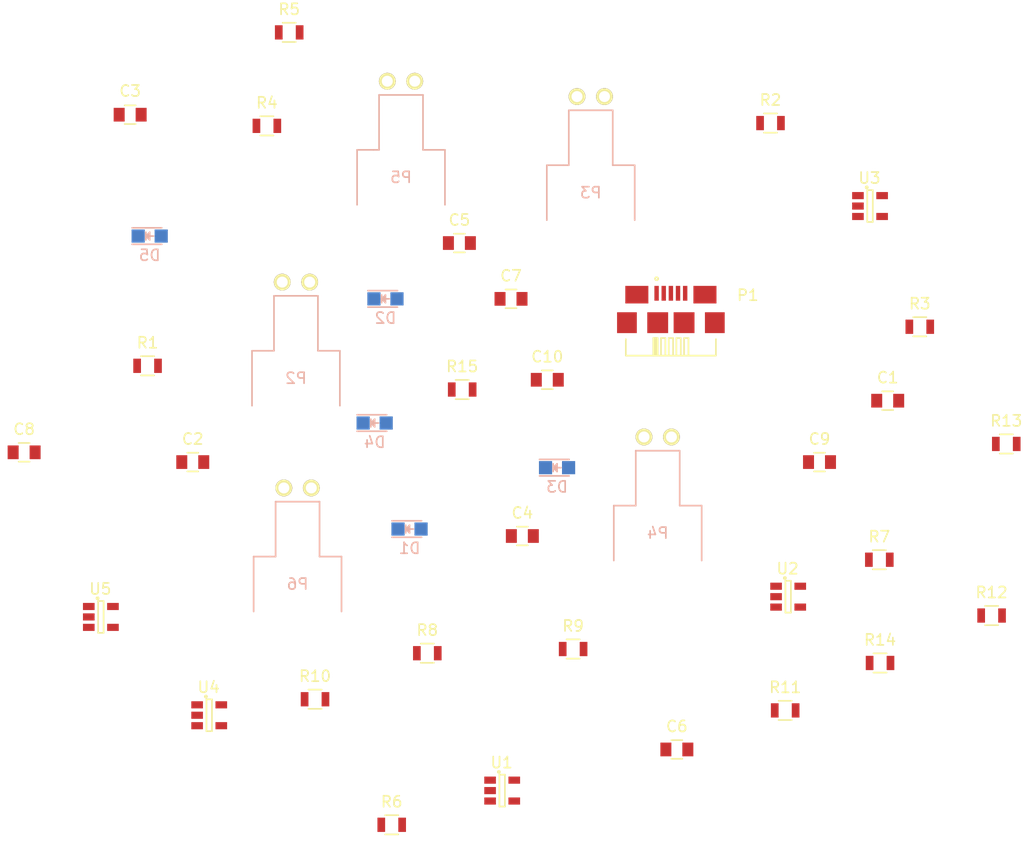
<source format=kicad_pcb>
(kicad_pcb (version 4) (host pcbnew 4.0.1-stable)

  (general
    (links 76)
    (no_connects 32)
    (area 106.619572 67.768 200.199001 146.204)
    (thickness 1.6)
    (drawings 0)
    (tracks 0)
    (zones 0)
    (modules 41)
    (nets 25)
  )

  (page A4)
  (layers
    (0 F.Cu signal)
    (31 B.Cu signal)
    (32 B.Adhes user)
    (33 F.Adhes user)
    (34 B.Paste user)
    (35 F.Paste user)
    (36 B.SilkS user)
    (37 F.SilkS user)
    (38 B.Mask user)
    (39 F.Mask user)
    (40 Dwgs.User user)
    (41 Cmts.User user)
    (42 Eco1.User user)
    (43 Eco2.User user)
    (44 Edge.Cuts user)
    (45 Margin user)
    (46 B.CrtYd user)
    (47 F.CrtYd user)
    (48 B.Fab user)
    (49 F.Fab user)
  )

  (setup
    (last_trace_width 0.25)
    (trace_clearance 0.2)
    (zone_clearance 0.508)
    (zone_45_only no)
    (trace_min 0.2)
    (segment_width 0.2)
    (edge_width 0.15)
    (via_size 0.6)
    (via_drill 0.4)
    (via_min_size 0.4)
    (via_min_drill 0.3)
    (uvia_size 0.3)
    (uvia_drill 0.1)
    (uvias_allowed no)
    (uvia_min_size 0.2)
    (uvia_min_drill 0.1)
    (pcb_text_width 0.3)
    (pcb_text_size 1.5 1.5)
    (mod_edge_width 0.15)
    (mod_text_size 1 1)
    (mod_text_width 0.15)
    (pad_size 1.524 1.524)
    (pad_drill 0.762)
    (pad_to_mask_clearance 0.2)
    (aux_axis_origin 0 0)
    (visible_elements FFFFFF7F)
    (pcbplotparams
      (layerselection 0x00030_80000001)
      (usegerberextensions false)
      (excludeedgelayer true)
      (linewidth 0.100000)
      (plotframeref false)
      (viasonmask false)
      (mode 1)
      (useauxorigin false)
      (hpglpennumber 1)
      (hpglpenspeed 20)
      (hpglpendiameter 15)
      (hpglpenoverlay 2)
      (psnegative false)
      (psa4output false)
      (plotreference true)
      (plotvalue true)
      (plotinvisibletext false)
      (padsonsilk false)
      (subtractmaskfromsilk false)
      (outputformat 1)
      (mirror false)
      (drillshape 1)
      (scaleselection 1)
      (outputdirectory ""))
  )

  (net 0 "")
  (net 1 +5V)
  (net 2 GND)
  (net 3 "Net-(C4-Pad1)")
  (net 4 "Net-(C5-Pad1)")
  (net 5 "Net-(C6-Pad1)")
  (net 6 "Net-(C9-Pad1)")
  (net 7 "Net-(C10-Pad1)")
  (net 8 "Net-(D1-Pad1)")
  (net 9 "Net-(D2-Pad1)")
  (net 10 "Net-(D3-Pad1)")
  (net 11 "Net-(D4-Pad1)")
  (net 12 "Net-(D5-Pad1)")
  (net 13 "Net-(P1-Pad2)")
  (net 14 "Net-(P1-Pad3)")
  (net 15 "Net-(R1-Pad1)")
  (net 16 "Net-(R2-Pad1)")
  (net 17 "Net-(R3-Pad1)")
  (net 18 "Net-(R4-Pad1)")
  (net 19 "Net-(R5-Pad1)")
  (net 20 "Net-(R6-Pad1)")
  (net 21 "Net-(R10-Pad1)")
  (net 22 "Net-(R11-Pad1)")
  (net 23 "Net-(R12-Pad1)")
  (net 24 "Net-(R13-Pad1)")

  (net_class Default "This is the default net class."
    (clearance 0.2)
    (trace_width 0.25)
    (via_dia 0.6)
    (via_drill 0.4)
    (uvia_dia 0.3)
    (uvia_drill 0.1)
    (add_net +5V)
    (add_net GND)
    (add_net "Net-(C10-Pad1)")
    (add_net "Net-(C4-Pad1)")
    (add_net "Net-(C5-Pad1)")
    (add_net "Net-(C6-Pad1)")
    (add_net "Net-(C9-Pad1)")
    (add_net "Net-(D1-Pad1)")
    (add_net "Net-(D2-Pad1)")
    (add_net "Net-(D3-Pad1)")
    (add_net "Net-(D4-Pad1)")
    (add_net "Net-(D5-Pad1)")
    (add_net "Net-(P1-Pad2)")
    (add_net "Net-(P1-Pad3)")
    (add_net "Net-(R1-Pad1)")
    (add_net "Net-(R10-Pad1)")
    (add_net "Net-(R11-Pad1)")
    (add_net "Net-(R12-Pad1)")
    (add_net "Net-(R13-Pad1)")
    (add_net "Net-(R2-Pad1)")
    (add_net "Net-(R3-Pad1)")
    (add_net "Net-(R4-Pad1)")
    (add_net "Net-(R5-Pad1)")
    (add_net "Net-(R6-Pad1)")
  )

  (module Capacitors_SMD:C_0805 (layer F.Cu) (tedit 5415D6EA) (tstamp 56E3ABDC)
    (at 187.579 104.521)
    (descr "Capacitor SMD 0805, reflow soldering, AVX (see smccp.pdf)")
    (tags "capacitor 0805")
    (path /56E552D9)
    (attr smd)
    (fp_text reference C1 (at 0 -2.1) (layer F.SilkS)
      (effects (font (size 1 1) (thickness 0.15)))
    )
    (fp_text value 4.7uF (at 0 2.1) (layer F.Fab)
      (effects (font (size 1 1) (thickness 0.15)))
    )
    (fp_line (start -1.8 -1) (end 1.8 -1) (layer F.CrtYd) (width 0.05))
    (fp_line (start -1.8 1) (end 1.8 1) (layer F.CrtYd) (width 0.05))
    (fp_line (start -1.8 -1) (end -1.8 1) (layer F.CrtYd) (width 0.05))
    (fp_line (start 1.8 -1) (end 1.8 1) (layer F.CrtYd) (width 0.05))
    (fp_line (start 0.5 -0.85) (end -0.5 -0.85) (layer F.SilkS) (width 0.15))
    (fp_line (start -0.5 0.85) (end 0.5 0.85) (layer F.SilkS) (width 0.15))
    (pad 1 smd rect (at -1 0) (size 1 1.25) (layers F.Cu F.Paste F.Mask)
      (net 1 +5V))
    (pad 2 smd rect (at 1 0) (size 1 1.25) (layers F.Cu F.Paste F.Mask)
      (net 2 GND))
    (model Capacitors_SMD.3dshapes/C_0805.wrl
      (at (xyz 0 0 0))
      (scale (xyz 1 1 1))
      (rotate (xyz 0 0 0))
    )
  )

  (module Capacitors_SMD:C_0805 (layer F.Cu) (tedit 5415D6EA) (tstamp 56E3ABE2)
    (at 124.317 110.109)
    (descr "Capacitor SMD 0805, reflow soldering, AVX (see smccp.pdf)")
    (tags "capacitor 0805")
    (path /56E62F58)
    (attr smd)
    (fp_text reference C2 (at 0 -2.1) (layer F.SilkS)
      (effects (font (size 1 1) (thickness 0.15)))
    )
    (fp_text value 4.7uF (at 0 2.1) (layer F.Fab)
      (effects (font (size 1 1) (thickness 0.15)))
    )
    (fp_line (start -1.8 -1) (end 1.8 -1) (layer F.CrtYd) (width 0.05))
    (fp_line (start -1.8 1) (end 1.8 1) (layer F.CrtYd) (width 0.05))
    (fp_line (start -1.8 -1) (end -1.8 1) (layer F.CrtYd) (width 0.05))
    (fp_line (start 1.8 -1) (end 1.8 1) (layer F.CrtYd) (width 0.05))
    (fp_line (start 0.5 -0.85) (end -0.5 -0.85) (layer F.SilkS) (width 0.15))
    (fp_line (start -0.5 0.85) (end 0.5 0.85) (layer F.SilkS) (width 0.15))
    (pad 1 smd rect (at -1 0) (size 1 1.25) (layers F.Cu F.Paste F.Mask)
      (net 1 +5V))
    (pad 2 smd rect (at 1 0) (size 1 1.25) (layers F.Cu F.Paste F.Mask)
      (net 2 GND))
    (model Capacitors_SMD.3dshapes/C_0805.wrl
      (at (xyz 0 0 0))
      (scale (xyz 1 1 1))
      (rotate (xyz 0 0 0))
    )
  )

  (module Capacitors_SMD:C_0805 (layer F.Cu) (tedit 5415D6EA) (tstamp 56E3ABE8)
    (at 118.618 78.486)
    (descr "Capacitor SMD 0805, reflow soldering, AVX (see smccp.pdf)")
    (tags "capacitor 0805")
    (path /56E6369D)
    (attr smd)
    (fp_text reference C3 (at 0 -2.159) (layer F.SilkS)
      (effects (font (size 1 1) (thickness 0.15)))
    )
    (fp_text value 4.7uF (at 0 2.1) (layer F.Fab)
      (effects (font (size 1 1) (thickness 0.15)))
    )
    (fp_line (start -1.8 -1) (end 1.8 -1) (layer F.CrtYd) (width 0.05))
    (fp_line (start -1.8 1) (end 1.8 1) (layer F.CrtYd) (width 0.05))
    (fp_line (start -1.8 -1) (end -1.8 1) (layer F.CrtYd) (width 0.05))
    (fp_line (start 1.8 -1) (end 1.8 1) (layer F.CrtYd) (width 0.05))
    (fp_line (start 0.5 -0.85) (end -0.5 -0.85) (layer F.SilkS) (width 0.15))
    (fp_line (start -0.5 0.85) (end 0.5 0.85) (layer F.SilkS) (width 0.15))
    (pad 1 smd rect (at -1 0) (size 1 1.25) (layers F.Cu F.Paste F.Mask)
      (net 1 +5V))
    (pad 2 smd rect (at 1 0) (size 1 1.25) (layers F.Cu F.Paste F.Mask)
      (net 2 GND))
    (model Capacitors_SMD.3dshapes/C_0805.wrl
      (at (xyz 0 0 0))
      (scale (xyz 1 1 1))
      (rotate (xyz 0 0 0))
    )
  )

  (module Capacitors_SMD:C_0805 (layer F.Cu) (tedit 5415D6EA) (tstamp 56E3ABEE)
    (at 154.321 116.84)
    (descr "Capacitor SMD 0805, reflow soldering, AVX (see smccp.pdf)")
    (tags "capacitor 0805")
    (path /56E54CB2)
    (attr smd)
    (fp_text reference C4 (at 0 -2.1) (layer F.SilkS)
      (effects (font (size 1 1) (thickness 0.15)))
    )
    (fp_text value 4.7uF (at 0 2.1) (layer F.Fab)
      (effects (font (size 1 1) (thickness 0.15)))
    )
    (fp_line (start -1.8 -1) (end 1.8 -1) (layer F.CrtYd) (width 0.05))
    (fp_line (start -1.8 1) (end 1.8 1) (layer F.CrtYd) (width 0.05))
    (fp_line (start -1.8 -1) (end -1.8 1) (layer F.CrtYd) (width 0.05))
    (fp_line (start 1.8 -1) (end 1.8 1) (layer F.CrtYd) (width 0.05))
    (fp_line (start 0.5 -0.85) (end -0.5 -0.85) (layer F.SilkS) (width 0.15))
    (fp_line (start -0.5 0.85) (end 0.5 0.85) (layer F.SilkS) (width 0.15))
    (pad 1 smd rect (at -1 0) (size 1 1.25) (layers F.Cu F.Paste F.Mask)
      (net 3 "Net-(C4-Pad1)"))
    (pad 2 smd rect (at 1 0) (size 1 1.25) (layers F.Cu F.Paste F.Mask)
      (net 2 GND))
    (model Capacitors_SMD.3dshapes/C_0805.wrl
      (at (xyz 0 0 0))
      (scale (xyz 1 1 1))
      (rotate (xyz 0 0 0))
    )
  )

  (module Capacitors_SMD:C_0805 (layer F.Cu) (tedit 5415D6EA) (tstamp 56E3ABF4)
    (at 148.59 90.17)
    (descr "Capacitor SMD 0805, reflow soldering, AVX (see smccp.pdf)")
    (tags "capacitor 0805")
    (path /56E62F3A)
    (attr smd)
    (fp_text reference C5 (at 0 -2.1) (layer F.SilkS)
      (effects (font (size 1 1) (thickness 0.15)))
    )
    (fp_text value 4.7uF (at 0 2.1) (layer F.Fab)
      (effects (font (size 1 1) (thickness 0.15)))
    )
    (fp_line (start -1.8 -1) (end 1.8 -1) (layer F.CrtYd) (width 0.05))
    (fp_line (start -1.8 1) (end 1.8 1) (layer F.CrtYd) (width 0.05))
    (fp_line (start -1.8 -1) (end -1.8 1) (layer F.CrtYd) (width 0.05))
    (fp_line (start 1.8 -1) (end 1.8 1) (layer F.CrtYd) (width 0.05))
    (fp_line (start 0.5 -0.85) (end -0.5 -0.85) (layer F.SilkS) (width 0.15))
    (fp_line (start -0.5 0.85) (end 0.5 0.85) (layer F.SilkS) (width 0.15))
    (pad 1 smd rect (at -1 0) (size 1 1.25) (layers F.Cu F.Paste F.Mask)
      (net 4 "Net-(C5-Pad1)"))
    (pad 2 smd rect (at 1 0) (size 1 1.25) (layers F.Cu F.Paste F.Mask)
      (net 2 GND))
    (model Capacitors_SMD.3dshapes/C_0805.wrl
      (at (xyz 0 0 0))
      (scale (xyz 1 1 1))
      (rotate (xyz 0 0 0))
    )
  )

  (module Capacitors_SMD:C_0805 (layer F.Cu) (tedit 5415D6EA) (tstamp 56E3ABFA)
    (at 168.386 136.271)
    (descr "Capacitor SMD 0805, reflow soldering, AVX (see smccp.pdf)")
    (tags "capacitor 0805")
    (path /56E6367F)
    (attr smd)
    (fp_text reference C6 (at 0 -2.1) (layer F.SilkS)
      (effects (font (size 1 1) (thickness 0.15)))
    )
    (fp_text value 4.7uF (at 0 2.1) (layer F.Fab)
      (effects (font (size 1 1) (thickness 0.15)))
    )
    (fp_line (start -1.8 -1) (end 1.8 -1) (layer F.CrtYd) (width 0.05))
    (fp_line (start -1.8 1) (end 1.8 1) (layer F.CrtYd) (width 0.05))
    (fp_line (start -1.8 -1) (end -1.8 1) (layer F.CrtYd) (width 0.05))
    (fp_line (start 1.8 -1) (end 1.8 1) (layer F.CrtYd) (width 0.05))
    (fp_line (start 0.5 -0.85) (end -0.5 -0.85) (layer F.SilkS) (width 0.15))
    (fp_line (start -0.5 0.85) (end 0.5 0.85) (layer F.SilkS) (width 0.15))
    (pad 1 smd rect (at -1 0) (size 1 1.25) (layers F.Cu F.Paste F.Mask)
      (net 5 "Net-(C6-Pad1)"))
    (pad 2 smd rect (at 1 0) (size 1 1.25) (layers F.Cu F.Paste F.Mask)
      (net 2 GND))
    (model Capacitors_SMD.3dshapes/C_0805.wrl
      (at (xyz 0 0 0))
      (scale (xyz 1 1 1))
      (rotate (xyz 0 0 0))
    )
  )

  (module Capacitors_SMD:C_0805 (layer F.Cu) (tedit 5415D6EA) (tstamp 56E3AC00)
    (at 153.289 95.25)
    (descr "Capacitor SMD 0805, reflow soldering, AVX (see smccp.pdf)")
    (tags "capacitor 0805")
    (path /56E62B9E)
    (attr smd)
    (fp_text reference C7 (at 0 -2.1) (layer F.SilkS)
      (effects (font (size 1 1) (thickness 0.15)))
    )
    (fp_text value 4.7uF (at 0 2.1) (layer F.Fab)
      (effects (font (size 1 1) (thickness 0.15)))
    )
    (fp_line (start -1.8 -1) (end 1.8 -1) (layer F.CrtYd) (width 0.05))
    (fp_line (start -1.8 1) (end 1.8 1) (layer F.CrtYd) (width 0.05))
    (fp_line (start -1.8 -1) (end -1.8 1) (layer F.CrtYd) (width 0.05))
    (fp_line (start 1.8 -1) (end 1.8 1) (layer F.CrtYd) (width 0.05))
    (fp_line (start 0.5 -0.85) (end -0.5 -0.85) (layer F.SilkS) (width 0.15))
    (fp_line (start -0.5 0.85) (end 0.5 0.85) (layer F.SilkS) (width 0.15))
    (pad 1 smd rect (at -1 0) (size 1 1.25) (layers F.Cu F.Paste F.Mask)
      (net 1 +5V))
    (pad 2 smd rect (at 1 0) (size 1 1.25) (layers F.Cu F.Paste F.Mask)
      (net 2 GND))
    (model Capacitors_SMD.3dshapes/C_0805.wrl
      (at (xyz 0 0 0))
      (scale (xyz 1 1 1))
      (rotate (xyz 0 0 0))
    )
  )

  (module Capacitors_SMD:C_0805 (layer F.Cu) (tedit 5415D6EA) (tstamp 56E3AC06)
    (at 108.966 109.22)
    (descr "Capacitor SMD 0805, reflow soldering, AVX (see smccp.pdf)")
    (tags "capacitor 0805")
    (path /56E6316B)
    (attr smd)
    (fp_text reference C8 (at 0 -2.1) (layer F.SilkS)
      (effects (font (size 1 1) (thickness 0.15)))
    )
    (fp_text value 4.7uF (at 0 2.1) (layer F.Fab)
      (effects (font (size 1 1) (thickness 0.15)))
    )
    (fp_line (start -1.8 -1) (end 1.8 -1) (layer F.CrtYd) (width 0.05))
    (fp_line (start -1.8 1) (end 1.8 1) (layer F.CrtYd) (width 0.05))
    (fp_line (start -1.8 -1) (end -1.8 1) (layer F.CrtYd) (width 0.05))
    (fp_line (start 1.8 -1) (end 1.8 1) (layer F.CrtYd) (width 0.05))
    (fp_line (start 0.5 -0.85) (end -0.5 -0.85) (layer F.SilkS) (width 0.15))
    (fp_line (start -0.5 0.85) (end 0.5 0.85) (layer F.SilkS) (width 0.15))
    (pad 1 smd rect (at -1 0) (size 1 1.25) (layers F.Cu F.Paste F.Mask)
      (net 1 +5V))
    (pad 2 smd rect (at 1 0) (size 1 1.25) (layers F.Cu F.Paste F.Mask)
      (net 2 GND))
    (model Capacitors_SMD.3dshapes/C_0805.wrl
      (at (xyz 0 0 0))
      (scale (xyz 1 1 1))
      (rotate (xyz 0 0 0))
    )
  )

  (module Capacitors_SMD:C_0805 (layer F.Cu) (tedit 5415D6EA) (tstamp 56E3AC0C)
    (at 181.372 110.109)
    (descr "Capacitor SMD 0805, reflow soldering, AVX (see smccp.pdf)")
    (tags "capacitor 0805")
    (path /56E62B80)
    (attr smd)
    (fp_text reference C9 (at 0 -2.1) (layer F.SilkS)
      (effects (font (size 1 1) (thickness 0.15)))
    )
    (fp_text value 4.7uF (at 0 2.1) (layer F.Fab)
      (effects (font (size 1 1) (thickness 0.15)))
    )
    (fp_line (start -1.8 -1) (end 1.8 -1) (layer F.CrtYd) (width 0.05))
    (fp_line (start -1.8 1) (end 1.8 1) (layer F.CrtYd) (width 0.05))
    (fp_line (start -1.8 -1) (end -1.8 1) (layer F.CrtYd) (width 0.05))
    (fp_line (start 1.8 -1) (end 1.8 1) (layer F.CrtYd) (width 0.05))
    (fp_line (start 0.5 -0.85) (end -0.5 -0.85) (layer F.SilkS) (width 0.15))
    (fp_line (start -0.5 0.85) (end 0.5 0.85) (layer F.SilkS) (width 0.15))
    (pad 1 smd rect (at -1 0) (size 1 1.25) (layers F.Cu F.Paste F.Mask)
      (net 6 "Net-(C9-Pad1)"))
    (pad 2 smd rect (at 1 0) (size 1 1.25) (layers F.Cu F.Paste F.Mask)
      (net 2 GND))
    (model Capacitors_SMD.3dshapes/C_0805.wrl
      (at (xyz 0 0 0))
      (scale (xyz 1 1 1))
      (rotate (xyz 0 0 0))
    )
  )

  (module Capacitors_SMD:C_0805 (layer F.Cu) (tedit 5415D6EA) (tstamp 56E3AC12)
    (at 156.591 102.616)
    (descr "Capacitor SMD 0805, reflow soldering, AVX (see smccp.pdf)")
    (tags "capacitor 0805")
    (path /56E6314D)
    (attr smd)
    (fp_text reference C10 (at 0 -2.1) (layer F.SilkS)
      (effects (font (size 1 1) (thickness 0.15)))
    )
    (fp_text value 4.7uF (at 0 2.1) (layer F.Fab)
      (effects (font (size 1 1) (thickness 0.15)))
    )
    (fp_line (start -1.8 -1) (end 1.8 -1) (layer F.CrtYd) (width 0.05))
    (fp_line (start -1.8 1) (end 1.8 1) (layer F.CrtYd) (width 0.05))
    (fp_line (start -1.8 -1) (end -1.8 1) (layer F.CrtYd) (width 0.05))
    (fp_line (start 1.8 -1) (end 1.8 1) (layer F.CrtYd) (width 0.05))
    (fp_line (start 0.5 -0.85) (end -0.5 -0.85) (layer F.SilkS) (width 0.15))
    (fp_line (start -0.5 0.85) (end 0.5 0.85) (layer F.SilkS) (width 0.15))
    (pad 1 smd rect (at -1 0) (size 1 1.25) (layers F.Cu F.Paste F.Mask)
      (net 7 "Net-(C10-Pad1)"))
    (pad 2 smd rect (at 1 0) (size 1 1.25) (layers F.Cu F.Paste F.Mask)
      (net 2 GND))
    (model Capacitors_SMD.3dshapes/C_0805.wrl
      (at (xyz 0 0 0))
      (scale (xyz 1 1 1))
      (rotate (xyz 0 0 0))
    )
  )

  (module LEDs:LED_0805 (layer B.Cu) (tedit 55BDE1C2) (tstamp 56E3AC18)
    (at 144.05102 116.205)
    (descr "LED 0805 smd package")
    (tags "LED 0805 SMD")
    (path /56E5506D)
    (attr smd)
    (fp_text reference D1 (at 0 1.75) (layer B.SilkS)
      (effects (font (size 1 1) (thickness 0.15)) (justify mirror))
    )
    (fp_text value CHARGE (at 0 -1.75) (layer B.Fab)
      (effects (font (size 1 1) (thickness 0.15)) (justify mirror))
    )
    (fp_line (start -1.6 -0.75) (end 1.1 -0.75) (layer B.SilkS) (width 0.15))
    (fp_line (start -1.6 0.75) (end 1.1 0.75) (layer B.SilkS) (width 0.15))
    (fp_line (start -0.1 -0.15) (end -0.1 0.1) (layer B.SilkS) (width 0.15))
    (fp_line (start -0.1 0.1) (end -0.25 -0.05) (layer B.SilkS) (width 0.15))
    (fp_line (start -0.35 0.35) (end -0.35 -0.35) (layer B.SilkS) (width 0.15))
    (fp_line (start 0 0) (end 0.35 0) (layer B.SilkS) (width 0.15))
    (fp_line (start -0.35 0) (end 0 0.35) (layer B.SilkS) (width 0.15))
    (fp_line (start 0 0.35) (end 0 -0.35) (layer B.SilkS) (width 0.15))
    (fp_line (start 0 -0.35) (end -0.35 0) (layer B.SilkS) (width 0.15))
    (fp_line (start 1.9 0.95) (end 1.9 -0.95) (layer B.CrtYd) (width 0.05))
    (fp_line (start 1.9 -0.95) (end -1.9 -0.95) (layer B.CrtYd) (width 0.05))
    (fp_line (start -1.9 -0.95) (end -1.9 0.95) (layer B.CrtYd) (width 0.05))
    (fp_line (start -1.9 0.95) (end 1.9 0.95) (layer B.CrtYd) (width 0.05))
    (pad 2 smd rect (at 1.04902 0 180) (size 1.19888 1.19888) (layers B.Cu B.Paste B.Mask)
      (net 1 +5V))
    (pad 1 smd rect (at -1.04902 0 180) (size 1.19888 1.19888) (layers B.Cu B.Paste B.Mask)
      (net 8 "Net-(D1-Pad1)"))
    (model LEDs.3dshapes/LED_0805.wrl
      (at (xyz 0 0 0))
      (scale (xyz 1 1 1))
      (rotate (xyz 0 0 0))
    )
  )

  (module LEDs:LED_0805 (layer B.Cu) (tedit 55BDE1C2) (tstamp 56E3AC1E)
    (at 141.859 95.25)
    (descr "LED 0805 smd package")
    (tags "LED 0805 SMD")
    (path /56E62F46)
    (attr smd)
    (fp_text reference D2 (at 0 1.75) (layer B.SilkS)
      (effects (font (size 1 1) (thickness 0.15)) (justify mirror))
    )
    (fp_text value CHARGE (at 0 -1.75) (layer B.Fab)
      (effects (font (size 1 1) (thickness 0.15)) (justify mirror))
    )
    (fp_line (start -1.6 -0.75) (end 1.1 -0.75) (layer B.SilkS) (width 0.15))
    (fp_line (start -1.6 0.75) (end 1.1 0.75) (layer B.SilkS) (width 0.15))
    (fp_line (start -0.1 -0.15) (end -0.1 0.1) (layer B.SilkS) (width 0.15))
    (fp_line (start -0.1 0.1) (end -0.25 -0.05) (layer B.SilkS) (width 0.15))
    (fp_line (start -0.35 0.35) (end -0.35 -0.35) (layer B.SilkS) (width 0.15))
    (fp_line (start 0 0) (end 0.35 0) (layer B.SilkS) (width 0.15))
    (fp_line (start -0.35 0) (end 0 0.35) (layer B.SilkS) (width 0.15))
    (fp_line (start 0 0.35) (end 0 -0.35) (layer B.SilkS) (width 0.15))
    (fp_line (start 0 -0.35) (end -0.35 0) (layer B.SilkS) (width 0.15))
    (fp_line (start 1.9 0.95) (end 1.9 -0.95) (layer B.CrtYd) (width 0.05))
    (fp_line (start 1.9 -0.95) (end -1.9 -0.95) (layer B.CrtYd) (width 0.05))
    (fp_line (start -1.9 -0.95) (end -1.9 0.95) (layer B.CrtYd) (width 0.05))
    (fp_line (start -1.9 0.95) (end 1.9 0.95) (layer B.CrtYd) (width 0.05))
    (pad 2 smd rect (at 1.04902 0 180) (size 1.19888 1.19888) (layers B.Cu B.Paste B.Mask)
      (net 1 +5V))
    (pad 1 smd rect (at -1.04902 0 180) (size 1.19888 1.19888) (layers B.Cu B.Paste B.Mask)
      (net 9 "Net-(D2-Pad1)"))
    (model LEDs.3dshapes/LED_0805.wrl
      (at (xyz 0 0 0))
      (scale (xyz 1 1 1))
      (rotate (xyz 0 0 0))
    )
  )

  (module LEDs:LED_0805 (layer B.Cu) (tedit 55BDE1C2) (tstamp 56E3AC24)
    (at 157.48 110.617)
    (descr "LED 0805 smd package")
    (tags "LED 0805 SMD")
    (path /56E6368B)
    (attr smd)
    (fp_text reference D3 (at 0 1.75) (layer B.SilkS)
      (effects (font (size 1 1) (thickness 0.15)) (justify mirror))
    )
    (fp_text value CHARGE (at 0 -1.75) (layer B.Fab)
      (effects (font (size 1 1) (thickness 0.15)) (justify mirror))
    )
    (fp_line (start -1.6 -0.75) (end 1.1 -0.75) (layer B.SilkS) (width 0.15))
    (fp_line (start -1.6 0.75) (end 1.1 0.75) (layer B.SilkS) (width 0.15))
    (fp_line (start -0.1 -0.15) (end -0.1 0.1) (layer B.SilkS) (width 0.15))
    (fp_line (start -0.1 0.1) (end -0.25 -0.05) (layer B.SilkS) (width 0.15))
    (fp_line (start -0.35 0.35) (end -0.35 -0.35) (layer B.SilkS) (width 0.15))
    (fp_line (start 0 0) (end 0.35 0) (layer B.SilkS) (width 0.15))
    (fp_line (start -0.35 0) (end 0 0.35) (layer B.SilkS) (width 0.15))
    (fp_line (start 0 0.35) (end 0 -0.35) (layer B.SilkS) (width 0.15))
    (fp_line (start 0 -0.35) (end -0.35 0) (layer B.SilkS) (width 0.15))
    (fp_line (start 1.9 0.95) (end 1.9 -0.95) (layer B.CrtYd) (width 0.05))
    (fp_line (start 1.9 -0.95) (end -1.9 -0.95) (layer B.CrtYd) (width 0.05))
    (fp_line (start -1.9 -0.95) (end -1.9 0.95) (layer B.CrtYd) (width 0.05))
    (fp_line (start -1.9 0.95) (end 1.9 0.95) (layer B.CrtYd) (width 0.05))
    (pad 2 smd rect (at 1.04902 0 180) (size 1.19888 1.19888) (layers B.Cu B.Paste B.Mask)
      (net 1 +5V))
    (pad 1 smd rect (at -1.04902 0 180) (size 1.19888 1.19888) (layers B.Cu B.Paste B.Mask)
      (net 10 "Net-(D3-Pad1)"))
    (model LEDs.3dshapes/LED_0805.wrl
      (at (xyz 0 0 0))
      (scale (xyz 1 1 1))
      (rotate (xyz 0 0 0))
    )
  )

  (module LEDs:LED_0805 (layer B.Cu) (tedit 55BDE1C2) (tstamp 56E3AC2A)
    (at 140.87602 106.553)
    (descr "LED 0805 smd package")
    (tags "LED 0805 SMD")
    (path /56E62B8C)
    (attr smd)
    (fp_text reference D4 (at 0 1.75) (layer B.SilkS)
      (effects (font (size 1 1) (thickness 0.15)) (justify mirror))
    )
    (fp_text value CHARGE (at 0 -1.75) (layer B.Fab)
      (effects (font (size 1 1) (thickness 0.15)) (justify mirror))
    )
    (fp_line (start -1.6 -0.75) (end 1.1 -0.75) (layer B.SilkS) (width 0.15))
    (fp_line (start -1.6 0.75) (end 1.1 0.75) (layer B.SilkS) (width 0.15))
    (fp_line (start -0.1 -0.15) (end -0.1 0.1) (layer B.SilkS) (width 0.15))
    (fp_line (start -0.1 0.1) (end -0.25 -0.05) (layer B.SilkS) (width 0.15))
    (fp_line (start -0.35 0.35) (end -0.35 -0.35) (layer B.SilkS) (width 0.15))
    (fp_line (start 0 0) (end 0.35 0) (layer B.SilkS) (width 0.15))
    (fp_line (start -0.35 0) (end 0 0.35) (layer B.SilkS) (width 0.15))
    (fp_line (start 0 0.35) (end 0 -0.35) (layer B.SilkS) (width 0.15))
    (fp_line (start 0 -0.35) (end -0.35 0) (layer B.SilkS) (width 0.15))
    (fp_line (start 1.9 0.95) (end 1.9 -0.95) (layer B.CrtYd) (width 0.05))
    (fp_line (start 1.9 -0.95) (end -1.9 -0.95) (layer B.CrtYd) (width 0.05))
    (fp_line (start -1.9 -0.95) (end -1.9 0.95) (layer B.CrtYd) (width 0.05))
    (fp_line (start -1.9 0.95) (end 1.9 0.95) (layer B.CrtYd) (width 0.05))
    (pad 2 smd rect (at 1.04902 0 180) (size 1.19888 1.19888) (layers B.Cu B.Paste B.Mask)
      (net 1 +5V))
    (pad 1 smd rect (at -1.04902 0 180) (size 1.19888 1.19888) (layers B.Cu B.Paste B.Mask)
      (net 11 "Net-(D4-Pad1)"))
    (model LEDs.3dshapes/LED_0805.wrl
      (at (xyz 0 0 0))
      (scale (xyz 1 1 1))
      (rotate (xyz 0 0 0))
    )
  )

  (module LEDs:LED_0805 (layer B.Cu) (tedit 55BDE1C2) (tstamp 56E3AC30)
    (at 120.396 89.535)
    (descr "LED 0805 smd package")
    (tags "LED 0805 SMD")
    (path /56E63159)
    (attr smd)
    (fp_text reference D5 (at 0 1.75) (layer B.SilkS)
      (effects (font (size 1 1) (thickness 0.15)) (justify mirror))
    )
    (fp_text value CHARGE (at 0 -1.75) (layer B.Fab)
      (effects (font (size 1 1) (thickness 0.15)) (justify mirror))
    )
    (fp_line (start -1.6 -0.75) (end 1.1 -0.75) (layer B.SilkS) (width 0.15))
    (fp_line (start -1.6 0.75) (end 1.1 0.75) (layer B.SilkS) (width 0.15))
    (fp_line (start -0.1 -0.15) (end -0.1 0.1) (layer B.SilkS) (width 0.15))
    (fp_line (start -0.1 0.1) (end -0.25 -0.05) (layer B.SilkS) (width 0.15))
    (fp_line (start -0.35 0.35) (end -0.35 -0.35) (layer B.SilkS) (width 0.15))
    (fp_line (start 0 0) (end 0.35 0) (layer B.SilkS) (width 0.15))
    (fp_line (start -0.35 0) (end 0 0.35) (layer B.SilkS) (width 0.15))
    (fp_line (start 0 0.35) (end 0 -0.35) (layer B.SilkS) (width 0.15))
    (fp_line (start 0 -0.35) (end -0.35 0) (layer B.SilkS) (width 0.15))
    (fp_line (start 1.9 0.95) (end 1.9 -0.95) (layer B.CrtYd) (width 0.05))
    (fp_line (start 1.9 -0.95) (end -1.9 -0.95) (layer B.CrtYd) (width 0.05))
    (fp_line (start -1.9 -0.95) (end -1.9 0.95) (layer B.CrtYd) (width 0.05))
    (fp_line (start -1.9 0.95) (end 1.9 0.95) (layer B.CrtYd) (width 0.05))
    (pad 2 smd rect (at 1.04902 0 180) (size 1.19888 1.19888) (layers B.Cu B.Paste B.Mask)
      (net 1 +5V))
    (pad 1 smd rect (at -1.04902 0 180) (size 1.19888 1.19888) (layers B.Cu B.Paste B.Mask)
      (net 12 "Net-(D5-Pad1)"))
    (model LEDs.3dshapes/LED_0805.wrl
      (at (xyz 0 0 0))
      (scale (xyz 1 1 1))
      (rotate (xyz 0 0 0))
    )
  )

  (module Miscellanious:SMT-Micro-USB-AB (layer F.Cu) (tedit 56C06C87) (tstamp 56E3AC3F)
    (at 167.842 97.419)
    (path /56E5DD87)
    (fp_text reference P1 (at 7 -2.5) (layer F.SilkS)
      (effects (font (size 1 1) (thickness 0.15)))
    )
    (fp_text value "Micro USB" (at 0.5 4.2) (layer F.Fab)
      (effects (font (size 1 1) (thickness 0.15)))
    )
    (fp_circle (center -1.3 -4) (end -1.4 -4.1) (layer F.SilkS) (width 0.15))
    (fp_line (start -1.6 1.4) (end -1.6 3) (layer F.SilkS) (width 0.15))
    (fp_line (start 1.6 1.4) (end 1.6 2.9) (layer F.SilkS) (width 0.15))
    (fp_line (start 1.2 1.4) (end 1.6 1.4) (layer F.SilkS) (width 0.15))
    (fp_line (start 1.2 2.9) (end 1.2 1.4) (layer F.SilkS) (width 0.15))
    (fp_line (start 0.5 2.9) (end 0.5 1.4) (layer F.SilkS) (width 0.15))
    (fp_line (start 0.5 1.4) (end 0.9 1.4) (layer F.SilkS) (width 0.15))
    (fp_line (start 0.9 1.4) (end 0.9 2.9) (layer F.SilkS) (width 0.15))
    (fp_line (start 0.2 1.4) (end 0.2 2.9) (layer F.SilkS) (width 0.15))
    (fp_line (start -0.2 1.4) (end 0.2 1.4) (layer F.SilkS) (width 0.15))
    (fp_line (start -0.2 2.9) (end -0.2 1.4) (layer F.SilkS) (width 0.15))
    (fp_line (start -0.9 2.9) (end -0.9 1.4) (layer F.SilkS) (width 0.15))
    (fp_line (start -0.9 1.4) (end -0.5 1.4) (layer F.SilkS) (width 0.15))
    (fp_line (start -0.5 1.4) (end -0.5 2.9) (layer F.SilkS) (width 0.15))
    (fp_line (start -1.5 1.4) (end -1.5 2.8) (layer F.SilkS) (width 0.15))
    (fp_line (start -1.5 2.8) (end -1.3 2.8) (layer F.SilkS) (width 0.15))
    (fp_line (start -1.3 2.8) (end -1.3 1.4) (layer F.SilkS) (width 0.15))
    (fp_line (start -1.3 1.4) (end -1.4 1.4) (layer F.SilkS) (width 0.15))
    (fp_line (start -1.4 1.4) (end -1.4 2.7) (layer F.SilkS) (width 0.15))
    (fp_line (start -1.5 3) (end -1.5 1.4) (layer F.SilkS) (width 0.15))
    (fp_line (start -1.6 1.4) (end -1.2 1.4) (layer F.SilkS) (width 0.15))
    (fp_line (start -1.2 1.4) (end -1.2 2.9) (layer F.SilkS) (width 0.15))
    (fp_line (start -1.2 2.9) (end -1.5 2.9) (layer F.SilkS) (width 0.15))
    (fp_line (start 0.025 3) (end 4.075 3) (layer F.SilkS) (width 0.15))
    (fp_line (start 4.1 3) (end 4.1 1.5) (layer F.SilkS) (width 0.15))
    (fp_line (start -4.1 3) (end -4.1 1.5) (layer F.SilkS) (width 0.15))
    (fp_line (start -0.025 3) (end -4.075 3) (layer F.SilkS) (width 0.15))
    (pad 1 smd rect (at -1.3 -2.675) (size 0.4 1.35) (layers F.Cu F.Paste F.Mask)
      (net 1 +5V))
    (pad 2 smd rect (at -0.65 -2.675) (size 0.4 1.35) (layers F.Cu F.Paste F.Mask)
      (net 13 "Net-(P1-Pad2)"))
    (pad 3 smd rect (at 0 -2.675) (size 0.4 1.35) (layers F.Cu F.Paste F.Mask)
      (net 14 "Net-(P1-Pad3)"))
    (pad 4 smd rect (at 0.65 -2.675) (size 0.4 1.35) (layers F.Cu F.Paste F.Mask)
      (net 2 GND))
    (pad 5 smd rect (at 1.3 -2.675) (size 0.4 1.35) (layers F.Cu F.Paste F.Mask)
      (net 2 GND))
    (pad "" smd rect (at -3.1 -2.55) (size 2.1 1.6) (layers F.Cu F.Paste F.Mask))
    (pad "" smd rect (at 3.1 -2.55) (size 2.1 1.6) (layers F.Cu F.Paste F.Mask))
    (pad "" smd rect (at -1.2 0) (size 1.9 1.9) (layers F.Cu F.Paste F.Mask))
    (pad "" smd rect (at 1.2 0) (size 1.9 1.9) (layers F.Cu F.Paste F.Mask))
    (pad "" smd rect (at 4 0) (size 1.8 1.9) (layers F.Cu F.Paste F.Mask))
    (pad "" smd rect (at -4 0) (size 1.8 1.9) (layers F.Cu F.Paste F.Mask))
  )

  (module Connectors-Custom2:Eachine-Battery-Conn (layer F.Cu) (tedit 56E3A9EB) (tstamp 56E3AC45)
    (at 133.711 97.976)
    (path /56E54ABC)
    (fp_text reference P2 (at 0 4.5) (layer B.SilkS)
      (effects (font (size 1 1) (thickness 0.15)) (justify mirror))
    )
    (fp_text value BATT_CONN (at -0.5 -6.25) (layer F.Fab)
      (effects (font (size 1 1) (thickness 0.15)))
    )
    (fp_line (start 4 2) (end 4 7) (layer B.SilkS) (width 0.15))
    (fp_line (start 2 2) (end 4 2) (layer B.SilkS) (width 0.15))
    (fp_line (start 2 -3) (end 2 2) (layer B.SilkS) (width 0.15))
    (fp_line (start -2 -3) (end 2 -3) (layer B.SilkS) (width 0.15))
    (fp_line (start -2 2) (end -2 -3) (layer B.SilkS) (width 0.15))
    (fp_line (start -2.5 2) (end -2 2) (layer B.SilkS) (width 0.15))
    (fp_line (start -4 2) (end -2.5 2) (layer B.SilkS) (width 0.15))
    (fp_line (start -4 7) (end -4 2) (layer B.SilkS) (width 0.15))
    (pad 1 thru_hole circle (at -1.25 -4.25) (size 1.524 1.524) (drill 1) (layers *.Cu *.Mask F.SilkS)
      (net 3 "Net-(C4-Pad1)"))
    (pad 2 thru_hole circle (at 1.25 -4.25) (size 1.524 1.524) (drill 1) (layers *.Cu *.Mask F.SilkS)
      (net 2 GND))
  )

  (module Connectors-Custom2:Eachine-Battery-Conn (layer F.Cu) (tedit 56E3A9EB) (tstamp 56E3AC4B)
    (at 160.548 81.085)
    (path /56E62F1A)
    (fp_text reference P3 (at 0 4.5) (layer B.SilkS)
      (effects (font (size 1 1) (thickness 0.15)) (justify mirror))
    )
    (fp_text value BATT_CONN (at -0.5 -6.25) (layer F.Fab)
      (effects (font (size 1 1) (thickness 0.15)))
    )
    (fp_line (start 4 2) (end 4 7) (layer B.SilkS) (width 0.15))
    (fp_line (start 2 2) (end 4 2) (layer B.SilkS) (width 0.15))
    (fp_line (start 2 -3) (end 2 2) (layer B.SilkS) (width 0.15))
    (fp_line (start -2 -3) (end 2 -3) (layer B.SilkS) (width 0.15))
    (fp_line (start -2 2) (end -2 -3) (layer B.SilkS) (width 0.15))
    (fp_line (start -2.5 2) (end -2 2) (layer B.SilkS) (width 0.15))
    (fp_line (start -4 2) (end -2.5 2) (layer B.SilkS) (width 0.15))
    (fp_line (start -4 7) (end -4 2) (layer B.SilkS) (width 0.15))
    (pad 1 thru_hole circle (at -1.25 -4.25) (size 1.524 1.524) (drill 1) (layers *.Cu *.Mask F.SilkS)
      (net 4 "Net-(C5-Pad1)"))
    (pad 2 thru_hole circle (at 1.25 -4.25) (size 1.524 1.524) (drill 1) (layers *.Cu *.Mask F.SilkS)
      (net 2 GND))
  )

  (module Connectors-Custom2:Eachine-Battery-Conn (layer F.Cu) (tedit 56E3A9EB) (tstamp 56E3AC51)
    (at 166.644 112.073)
    (path /56E6365F)
    (fp_text reference P4 (at 0 4.5) (layer B.SilkS)
      (effects (font (size 1 1) (thickness 0.15)) (justify mirror))
    )
    (fp_text value BATT_CONN (at -0.5 -6.25) (layer F.Fab)
      (effects (font (size 1 1) (thickness 0.15)))
    )
    (fp_line (start 4 2) (end 4 7) (layer B.SilkS) (width 0.15))
    (fp_line (start 2 2) (end 4 2) (layer B.SilkS) (width 0.15))
    (fp_line (start 2 -3) (end 2 2) (layer B.SilkS) (width 0.15))
    (fp_line (start -2 -3) (end 2 -3) (layer B.SilkS) (width 0.15))
    (fp_line (start -2 2) (end -2 -3) (layer B.SilkS) (width 0.15))
    (fp_line (start -2.5 2) (end -2 2) (layer B.SilkS) (width 0.15))
    (fp_line (start -4 2) (end -2.5 2) (layer B.SilkS) (width 0.15))
    (fp_line (start -4 7) (end -4 2) (layer B.SilkS) (width 0.15))
    (pad 1 thru_hole circle (at -1.25 -4.25) (size 1.524 1.524) (drill 1) (layers *.Cu *.Mask F.SilkS)
      (net 5 "Net-(C6-Pad1)"))
    (pad 2 thru_hole circle (at 1.25 -4.25) (size 1.524 1.524) (drill 1) (layers *.Cu *.Mask F.SilkS)
      (net 2 GND))
  )

  (module Connectors-Custom2:Eachine-Battery-Conn (layer F.Cu) (tedit 56E3A9EB) (tstamp 56E3AC57)
    (at 143.276 79.688)
    (path /56E62B60)
    (fp_text reference P5 (at 0 4.5) (layer B.SilkS)
      (effects (font (size 1 1) (thickness 0.15)) (justify mirror))
    )
    (fp_text value BATT_CONN (at -0.5 -6.25) (layer F.Fab)
      (effects (font (size 1 1) (thickness 0.15)))
    )
    (fp_line (start 4 2) (end 4 7) (layer B.SilkS) (width 0.15))
    (fp_line (start 2 2) (end 4 2) (layer B.SilkS) (width 0.15))
    (fp_line (start 2 -3) (end 2 2) (layer B.SilkS) (width 0.15))
    (fp_line (start -2 -3) (end 2 -3) (layer B.SilkS) (width 0.15))
    (fp_line (start -2 2) (end -2 -3) (layer B.SilkS) (width 0.15))
    (fp_line (start -2.5 2) (end -2 2) (layer B.SilkS) (width 0.15))
    (fp_line (start -4 2) (end -2.5 2) (layer B.SilkS) (width 0.15))
    (fp_line (start -4 7) (end -4 2) (layer B.SilkS) (width 0.15))
    (pad 1 thru_hole circle (at -1.25 -4.25) (size 1.524 1.524) (drill 1) (layers *.Cu *.Mask F.SilkS)
      (net 6 "Net-(C9-Pad1)"))
    (pad 2 thru_hole circle (at 1.25 -4.25) (size 1.524 1.524) (drill 1) (layers *.Cu *.Mask F.SilkS)
      (net 2 GND))
  )

  (module Connectors-Custom2:Eachine-Battery-Conn (layer F.Cu) (tedit 56E3A9EB) (tstamp 56E3AC5D)
    (at 133.858 116.713)
    (path /56E6312D)
    (fp_text reference P6 (at 0 4.5) (layer B.SilkS)
      (effects (font (size 1 1) (thickness 0.15)) (justify mirror))
    )
    (fp_text value BATT_CONN (at -0.5 -6.25) (layer F.Fab)
      (effects (font (size 1 1) (thickness 0.15)))
    )
    (fp_line (start 4 2) (end 4 7) (layer B.SilkS) (width 0.15))
    (fp_line (start 2 2) (end 4 2) (layer B.SilkS) (width 0.15))
    (fp_line (start 2 -3) (end 2 2) (layer B.SilkS) (width 0.15))
    (fp_line (start -2 -3) (end 2 -3) (layer B.SilkS) (width 0.15))
    (fp_line (start -2 2) (end -2 -3) (layer B.SilkS) (width 0.15))
    (fp_line (start -2.5 2) (end -2 2) (layer B.SilkS) (width 0.15))
    (fp_line (start -4 2) (end -2.5 2) (layer B.SilkS) (width 0.15))
    (fp_line (start -4 7) (end -4 2) (layer B.SilkS) (width 0.15))
    (pad 1 thru_hole circle (at -1.25 -4.25) (size 1.524 1.524) (drill 1) (layers *.Cu *.Mask F.SilkS)
      (net 7 "Net-(C10-Pad1)"))
    (pad 2 thru_hole circle (at 1.25 -4.25) (size 1.524 1.524) (drill 1) (layers *.Cu *.Mask F.SilkS)
      (net 2 GND))
  )

  (module Resistors_SMD:R_0805 (layer F.Cu) (tedit 5415CDEB) (tstamp 56E3AC63)
    (at 120.203 101.346)
    (descr "Resistor SMD 0805, reflow soldering, Vishay (see dcrcw.pdf)")
    (tags "resistor 0805")
    (path /56E55109)
    (attr smd)
    (fp_text reference R1 (at 0 -2.1) (layer F.SilkS)
      (effects (font (size 1 1) (thickness 0.15)))
    )
    (fp_text value 470 (at 0 2.1) (layer F.Fab)
      (effects (font (size 1 1) (thickness 0.15)))
    )
    (fp_line (start -1.6 -1) (end 1.6 -1) (layer F.CrtYd) (width 0.05))
    (fp_line (start -1.6 1) (end 1.6 1) (layer F.CrtYd) (width 0.05))
    (fp_line (start -1.6 -1) (end -1.6 1) (layer F.CrtYd) (width 0.05))
    (fp_line (start 1.6 -1) (end 1.6 1) (layer F.CrtYd) (width 0.05))
    (fp_line (start 0.6 0.875) (end -0.6 0.875) (layer F.SilkS) (width 0.15))
    (fp_line (start -0.6 -0.875) (end 0.6 -0.875) (layer F.SilkS) (width 0.15))
    (pad 1 smd rect (at -0.95 0) (size 0.7 1.3) (layers F.Cu F.Paste F.Mask)
      (net 15 "Net-(R1-Pad1)"))
    (pad 2 smd rect (at 0.95 0) (size 0.7 1.3) (layers F.Cu F.Paste F.Mask)
      (net 8 "Net-(D1-Pad1)"))
    (model Resistors_SMD.3dshapes/R_0805.wrl
      (at (xyz 0 0 0))
      (scale (xyz 1 1 1))
      (rotate (xyz 0 0 0))
    )
  )

  (module Resistors_SMD:R_0805 (layer F.Cu) (tedit 5415CDEB) (tstamp 56E3AC69)
    (at 176.911 79.248)
    (descr "Resistor SMD 0805, reflow soldering, Vishay (see dcrcw.pdf)")
    (tags "resistor 0805")
    (path /56E62F4C)
    (attr smd)
    (fp_text reference R2 (at 0 -2.1) (layer F.SilkS)
      (effects (font (size 1 1) (thickness 0.15)))
    )
    (fp_text value 470 (at 0 2.1) (layer F.Fab)
      (effects (font (size 1 1) (thickness 0.15)))
    )
    (fp_line (start -1.6 -1) (end 1.6 -1) (layer F.CrtYd) (width 0.05))
    (fp_line (start -1.6 1) (end 1.6 1) (layer F.CrtYd) (width 0.05))
    (fp_line (start -1.6 -1) (end -1.6 1) (layer F.CrtYd) (width 0.05))
    (fp_line (start 1.6 -1) (end 1.6 1) (layer F.CrtYd) (width 0.05))
    (fp_line (start 0.6 0.875) (end -0.6 0.875) (layer F.SilkS) (width 0.15))
    (fp_line (start -0.6 -0.875) (end 0.6 -0.875) (layer F.SilkS) (width 0.15))
    (pad 1 smd rect (at -0.95 0) (size 0.7 1.3) (layers F.Cu F.Paste F.Mask)
      (net 16 "Net-(R2-Pad1)"))
    (pad 2 smd rect (at 0.95 0) (size 0.7 1.3) (layers F.Cu F.Paste F.Mask)
      (net 9 "Net-(D2-Pad1)"))
    (model Resistors_SMD.3dshapes/R_0805.wrl
      (at (xyz 0 0 0))
      (scale (xyz 1 1 1))
      (rotate (xyz 0 0 0))
    )
  )

  (module Resistors_SMD:R_0805 (layer F.Cu) (tedit 5415CDEB) (tstamp 56E3AC6F)
    (at 190.5 97.79)
    (descr "Resistor SMD 0805, reflow soldering, Vishay (see dcrcw.pdf)")
    (tags "resistor 0805")
    (path /56E63691)
    (attr smd)
    (fp_text reference R3 (at 0 -2.1) (layer F.SilkS)
      (effects (font (size 1 1) (thickness 0.15)))
    )
    (fp_text value 470 (at 0 2.1) (layer F.Fab)
      (effects (font (size 1 1) (thickness 0.15)))
    )
    (fp_line (start -1.6 -1) (end 1.6 -1) (layer F.CrtYd) (width 0.05))
    (fp_line (start -1.6 1) (end 1.6 1) (layer F.CrtYd) (width 0.05))
    (fp_line (start -1.6 -1) (end -1.6 1) (layer F.CrtYd) (width 0.05))
    (fp_line (start 1.6 -1) (end 1.6 1) (layer F.CrtYd) (width 0.05))
    (fp_line (start 0.6 0.875) (end -0.6 0.875) (layer F.SilkS) (width 0.15))
    (fp_line (start -0.6 -0.875) (end 0.6 -0.875) (layer F.SilkS) (width 0.15))
    (pad 1 smd rect (at -0.95 0) (size 0.7 1.3) (layers F.Cu F.Paste F.Mask)
      (net 17 "Net-(R3-Pad1)"))
    (pad 2 smd rect (at 0.95 0) (size 0.7 1.3) (layers F.Cu F.Paste F.Mask)
      (net 10 "Net-(D3-Pad1)"))
    (model Resistors_SMD.3dshapes/R_0805.wrl
      (at (xyz 0 0 0))
      (scale (xyz 1 1 1))
      (rotate (xyz 0 0 0))
    )
  )

  (module Resistors_SMD:R_0805 (layer F.Cu) (tedit 5415CDEB) (tstamp 56E3AC75)
    (at 131.064 79.502)
    (descr "Resistor SMD 0805, reflow soldering, Vishay (see dcrcw.pdf)")
    (tags "resistor 0805")
    (path /56E54B10)
    (attr smd)
    (fp_text reference R4 (at 0 -2.1) (layer F.SilkS)
      (effects (font (size 1 1) (thickness 0.15)))
    )
    (fp_text value 10k (at 0 2.1) (layer F.Fab)
      (effects (font (size 1 1) (thickness 0.15)))
    )
    (fp_line (start -1.6 -1) (end 1.6 -1) (layer F.CrtYd) (width 0.05))
    (fp_line (start -1.6 1) (end 1.6 1) (layer F.CrtYd) (width 0.05))
    (fp_line (start -1.6 -1) (end -1.6 1) (layer F.CrtYd) (width 0.05))
    (fp_line (start 1.6 -1) (end 1.6 1) (layer F.CrtYd) (width 0.05))
    (fp_line (start 0.6 0.875) (end -0.6 0.875) (layer F.SilkS) (width 0.15))
    (fp_line (start -0.6 -0.875) (end 0.6 -0.875) (layer F.SilkS) (width 0.15))
    (pad 1 smd rect (at -0.95 0) (size 0.7 1.3) (layers F.Cu F.Paste F.Mask)
      (net 18 "Net-(R4-Pad1)"))
    (pad 2 smd rect (at 0.95 0) (size 0.7 1.3) (layers F.Cu F.Paste F.Mask)
      (net 2 GND))
    (model Resistors_SMD.3dshapes/R_0805.wrl
      (at (xyz 0 0 0))
      (scale (xyz 1 1 1))
      (rotate (xyz 0 0 0))
    )
  )

  (module Resistors_SMD:R_0805 (layer F.Cu) (tedit 5415CDEB) (tstamp 56E3AC7B)
    (at 133.096 70.993)
    (descr "Resistor SMD 0805, reflow soldering, Vishay (see dcrcw.pdf)")
    (tags "resistor 0805")
    (path /56E62F20)
    (attr smd)
    (fp_text reference R5 (at 0 -2.1) (layer F.SilkS)
      (effects (font (size 1 1) (thickness 0.15)))
    )
    (fp_text value 10k (at 0 2.1) (layer F.Fab)
      (effects (font (size 1 1) (thickness 0.15)))
    )
    (fp_line (start -1.6 -1) (end 1.6 -1) (layer F.CrtYd) (width 0.05))
    (fp_line (start -1.6 1) (end 1.6 1) (layer F.CrtYd) (width 0.05))
    (fp_line (start -1.6 -1) (end -1.6 1) (layer F.CrtYd) (width 0.05))
    (fp_line (start 1.6 -1) (end 1.6 1) (layer F.CrtYd) (width 0.05))
    (fp_line (start 0.6 0.875) (end -0.6 0.875) (layer F.SilkS) (width 0.15))
    (fp_line (start -0.6 -0.875) (end 0.6 -0.875) (layer F.SilkS) (width 0.15))
    (pad 1 smd rect (at -0.95 0) (size 0.7 1.3) (layers F.Cu F.Paste F.Mask)
      (net 19 "Net-(R5-Pad1)"))
    (pad 2 smd rect (at 0.95 0) (size 0.7 1.3) (layers F.Cu F.Paste F.Mask)
      (net 2 GND))
    (model Resistors_SMD.3dshapes/R_0805.wrl
      (at (xyz 0 0 0))
      (scale (xyz 1 1 1))
      (rotate (xyz 0 0 0))
    )
  )

  (module Resistors_SMD:R_0805 (layer F.Cu) (tedit 5415CDEB) (tstamp 56E3AC81)
    (at 142.428 143.129)
    (descr "Resistor SMD 0805, reflow soldering, Vishay (see dcrcw.pdf)")
    (tags "resistor 0805")
    (path /56E63665)
    (attr smd)
    (fp_text reference R6 (at 0 -2.1) (layer F.SilkS)
      (effects (font (size 1 1) (thickness 0.15)))
    )
    (fp_text value 10k (at 0 2.1) (layer F.Fab)
      (effects (font (size 1 1) (thickness 0.15)))
    )
    (fp_line (start -1.6 -1) (end 1.6 -1) (layer F.CrtYd) (width 0.05))
    (fp_line (start -1.6 1) (end 1.6 1) (layer F.CrtYd) (width 0.05))
    (fp_line (start -1.6 -1) (end -1.6 1) (layer F.CrtYd) (width 0.05))
    (fp_line (start 1.6 -1) (end 1.6 1) (layer F.CrtYd) (width 0.05))
    (fp_line (start 0.6 0.875) (end -0.6 0.875) (layer F.SilkS) (width 0.15))
    (fp_line (start -0.6 -0.875) (end 0.6 -0.875) (layer F.SilkS) (width 0.15))
    (pad 1 smd rect (at -0.95 0) (size 0.7 1.3) (layers F.Cu F.Paste F.Mask)
      (net 20 "Net-(R6-Pad1)"))
    (pad 2 smd rect (at 0.95 0) (size 0.7 1.3) (layers F.Cu F.Paste F.Mask)
      (net 2 GND))
    (model Resistors_SMD.3dshapes/R_0805.wrl
      (at (xyz 0 0 0))
      (scale (xyz 1 1 1))
      (rotate (xyz 0 0 0))
    )
  )

  (module Resistors_SMD:R_0805 (layer F.Cu) (tedit 5415CDEB) (tstamp 56E3AC87)
    (at 186.817 118.999)
    (descr "Resistor SMD 0805, reflow soldering, Vishay (see dcrcw.pdf)")
    (tags "resistor 0805")
    (path /56E619D7)
    (attr smd)
    (fp_text reference R7 (at 0 -2.1) (layer F.SilkS)
      (effects (font (size 1 1) (thickness 0.15)))
    )
    (fp_text value 10k (at 0 2.1) (layer F.Fab)
      (effects (font (size 1 1) (thickness 0.15)))
    )
    (fp_line (start -1.6 -1) (end 1.6 -1) (layer F.CrtYd) (width 0.05))
    (fp_line (start -1.6 1) (end 1.6 1) (layer F.CrtYd) (width 0.05))
    (fp_line (start -1.6 -1) (end -1.6 1) (layer F.CrtYd) (width 0.05))
    (fp_line (start 1.6 -1) (end 1.6 1) (layer F.CrtYd) (width 0.05))
    (fp_line (start 0.6 0.875) (end -0.6 0.875) (layer F.SilkS) (width 0.15))
    (fp_line (start -0.6 -0.875) (end 0.6 -0.875) (layer F.SilkS) (width 0.15))
    (pad 1 smd rect (at -0.95 0) (size 0.7 1.3) (layers F.Cu F.Paste F.Mask)
      (net 18 "Net-(R4-Pad1)"))
    (pad 2 smd rect (at 0.95 0) (size 0.7 1.3) (layers F.Cu F.Paste F.Mask)
      (net 2 GND))
    (model Resistors_SMD.3dshapes/R_0805.wrl
      (at (xyz 0 0 0))
      (scale (xyz 1 1 1))
      (rotate (xyz 0 0 0))
    )
  )

  (module Resistors_SMD:R_0805 (layer F.Cu) (tedit 5415CDEB) (tstamp 56E3AC8D)
    (at 145.669 127.508)
    (descr "Resistor SMD 0805, reflow soldering, Vishay (see dcrcw.pdf)")
    (tags "resistor 0805")
    (path /56E62F71)
    (attr smd)
    (fp_text reference R8 (at 0 -2.1) (layer F.SilkS)
      (effects (font (size 1 1) (thickness 0.15)))
    )
    (fp_text value 10k (at 0 2.1) (layer F.Fab)
      (effects (font (size 1 1) (thickness 0.15)))
    )
    (fp_line (start -1.6 -1) (end 1.6 -1) (layer F.CrtYd) (width 0.05))
    (fp_line (start -1.6 1) (end 1.6 1) (layer F.CrtYd) (width 0.05))
    (fp_line (start -1.6 -1) (end -1.6 1) (layer F.CrtYd) (width 0.05))
    (fp_line (start 1.6 -1) (end 1.6 1) (layer F.CrtYd) (width 0.05))
    (fp_line (start 0.6 0.875) (end -0.6 0.875) (layer F.SilkS) (width 0.15))
    (fp_line (start -0.6 -0.875) (end 0.6 -0.875) (layer F.SilkS) (width 0.15))
    (pad 1 smd rect (at -0.95 0) (size 0.7 1.3) (layers F.Cu F.Paste F.Mask)
      (net 19 "Net-(R5-Pad1)"))
    (pad 2 smd rect (at 0.95 0) (size 0.7 1.3) (layers F.Cu F.Paste F.Mask)
      (net 2 GND))
    (model Resistors_SMD.3dshapes/R_0805.wrl
      (at (xyz 0 0 0))
      (scale (xyz 1 1 1))
      (rotate (xyz 0 0 0))
    )
  )

  (module Resistors_SMD:R_0805 (layer F.Cu) (tedit 5415CDEB) (tstamp 56E3AC93)
    (at 158.943 127.127)
    (descr "Resistor SMD 0805, reflow soldering, Vishay (see dcrcw.pdf)")
    (tags "resistor 0805")
    (path /56E636B6)
    (attr smd)
    (fp_text reference R9 (at 0 -2.1) (layer F.SilkS)
      (effects (font (size 1 1) (thickness 0.15)))
    )
    (fp_text value 10k (at 0 2.1) (layer F.Fab)
      (effects (font (size 1 1) (thickness 0.15)))
    )
    (fp_line (start -1.6 -1) (end 1.6 -1) (layer F.CrtYd) (width 0.05))
    (fp_line (start -1.6 1) (end 1.6 1) (layer F.CrtYd) (width 0.05))
    (fp_line (start -1.6 -1) (end -1.6 1) (layer F.CrtYd) (width 0.05))
    (fp_line (start 1.6 -1) (end 1.6 1) (layer F.CrtYd) (width 0.05))
    (fp_line (start 0.6 0.875) (end -0.6 0.875) (layer F.SilkS) (width 0.15))
    (fp_line (start -0.6 -0.875) (end 0.6 -0.875) (layer F.SilkS) (width 0.15))
    (pad 1 smd rect (at -0.95 0) (size 0.7 1.3) (layers F.Cu F.Paste F.Mask)
      (net 20 "Net-(R6-Pad1)"))
    (pad 2 smd rect (at 0.95 0) (size 0.7 1.3) (layers F.Cu F.Paste F.Mask)
      (net 2 GND))
    (model Resistors_SMD.3dshapes/R_0805.wrl
      (at (xyz 0 0 0))
      (scale (xyz 1 1 1))
      (rotate (xyz 0 0 0))
    )
  )

  (module Resistors_SMD:R_0805 (layer F.Cu) (tedit 5415CDEB) (tstamp 56E3AC99)
    (at 135.448 131.699)
    (descr "Resistor SMD 0805, reflow soldering, Vishay (see dcrcw.pdf)")
    (tags "resistor 0805")
    (path /56E62B92)
    (attr smd)
    (fp_text reference R10 (at 0 -2.1) (layer F.SilkS)
      (effects (font (size 1 1) (thickness 0.15)))
    )
    (fp_text value 470 (at 0 2.1) (layer F.Fab)
      (effects (font (size 1 1) (thickness 0.15)))
    )
    (fp_line (start -1.6 -1) (end 1.6 -1) (layer F.CrtYd) (width 0.05))
    (fp_line (start -1.6 1) (end 1.6 1) (layer F.CrtYd) (width 0.05))
    (fp_line (start -1.6 -1) (end -1.6 1) (layer F.CrtYd) (width 0.05))
    (fp_line (start 1.6 -1) (end 1.6 1) (layer F.CrtYd) (width 0.05))
    (fp_line (start 0.6 0.875) (end -0.6 0.875) (layer F.SilkS) (width 0.15))
    (fp_line (start -0.6 -0.875) (end 0.6 -0.875) (layer F.SilkS) (width 0.15))
    (pad 1 smd rect (at -0.95 0) (size 0.7 1.3) (layers F.Cu F.Paste F.Mask)
      (net 21 "Net-(R10-Pad1)"))
    (pad 2 smd rect (at 0.95 0) (size 0.7 1.3) (layers F.Cu F.Paste F.Mask)
      (net 11 "Net-(D4-Pad1)"))
    (model Resistors_SMD.3dshapes/R_0805.wrl
      (at (xyz 0 0 0))
      (scale (xyz 1 1 1))
      (rotate (xyz 0 0 0))
    )
  )

  (module Resistors_SMD:R_0805 (layer F.Cu) (tedit 5415CDEB) (tstamp 56E3AC9F)
    (at 178.247 132.715)
    (descr "Resistor SMD 0805, reflow soldering, Vishay (see dcrcw.pdf)")
    (tags "resistor 0805")
    (path /56E6315F)
    (attr smd)
    (fp_text reference R11 (at 0 -2.1) (layer F.SilkS)
      (effects (font (size 1 1) (thickness 0.15)))
    )
    (fp_text value 470 (at 0 2.1) (layer F.Fab)
      (effects (font (size 1 1) (thickness 0.15)))
    )
    (fp_line (start -1.6 -1) (end 1.6 -1) (layer F.CrtYd) (width 0.05))
    (fp_line (start -1.6 1) (end 1.6 1) (layer F.CrtYd) (width 0.05))
    (fp_line (start -1.6 -1) (end -1.6 1) (layer F.CrtYd) (width 0.05))
    (fp_line (start 1.6 -1) (end 1.6 1) (layer F.CrtYd) (width 0.05))
    (fp_line (start 0.6 0.875) (end -0.6 0.875) (layer F.SilkS) (width 0.15))
    (fp_line (start -0.6 -0.875) (end 0.6 -0.875) (layer F.SilkS) (width 0.15))
    (pad 1 smd rect (at -0.95 0) (size 0.7 1.3) (layers F.Cu F.Paste F.Mask)
      (net 22 "Net-(R11-Pad1)"))
    (pad 2 smd rect (at 0.95 0) (size 0.7 1.3) (layers F.Cu F.Paste F.Mask)
      (net 12 "Net-(D5-Pad1)"))
    (model Resistors_SMD.3dshapes/R_0805.wrl
      (at (xyz 0 0 0))
      (scale (xyz 1 1 1))
      (rotate (xyz 0 0 0))
    )
  )

  (module Resistors_SMD:R_0805 (layer F.Cu) (tedit 5415CDEB) (tstamp 56E3ACA5)
    (at 197.038 124.079)
    (descr "Resistor SMD 0805, reflow soldering, Vishay (see dcrcw.pdf)")
    (tags "resistor 0805")
    (path /56E62B66)
    (attr smd)
    (fp_text reference R12 (at 0 -2.1) (layer F.SilkS)
      (effects (font (size 1 1) (thickness 0.15)))
    )
    (fp_text value 10k (at 0 2.1) (layer F.Fab)
      (effects (font (size 1 1) (thickness 0.15)))
    )
    (fp_line (start -1.6 -1) (end 1.6 -1) (layer F.CrtYd) (width 0.05))
    (fp_line (start -1.6 1) (end 1.6 1) (layer F.CrtYd) (width 0.05))
    (fp_line (start -1.6 -1) (end -1.6 1) (layer F.CrtYd) (width 0.05))
    (fp_line (start 1.6 -1) (end 1.6 1) (layer F.CrtYd) (width 0.05))
    (fp_line (start 0.6 0.875) (end -0.6 0.875) (layer F.SilkS) (width 0.15))
    (fp_line (start -0.6 -0.875) (end 0.6 -0.875) (layer F.SilkS) (width 0.15))
    (pad 1 smd rect (at -0.95 0) (size 0.7 1.3) (layers F.Cu F.Paste F.Mask)
      (net 23 "Net-(R12-Pad1)"))
    (pad 2 smd rect (at 0.95 0) (size 0.7 1.3) (layers F.Cu F.Paste F.Mask)
      (net 2 GND))
    (model Resistors_SMD.3dshapes/R_0805.wrl
      (at (xyz 0 0 0))
      (scale (xyz 1 1 1))
      (rotate (xyz 0 0 0))
    )
  )

  (module Resistors_SMD:R_0805 (layer F.Cu) (tedit 5415CDEB) (tstamp 56E3ACAB)
    (at 198.374 108.458)
    (descr "Resistor SMD 0805, reflow soldering, Vishay (see dcrcw.pdf)")
    (tags "resistor 0805")
    (path /56E63133)
    (attr smd)
    (fp_text reference R13 (at 0 -2.1) (layer F.SilkS)
      (effects (font (size 1 1) (thickness 0.15)))
    )
    (fp_text value 10k (at 0 2.1) (layer F.Fab)
      (effects (font (size 1 1) (thickness 0.15)))
    )
    (fp_line (start -1.6 -1) (end 1.6 -1) (layer F.CrtYd) (width 0.05))
    (fp_line (start -1.6 1) (end 1.6 1) (layer F.CrtYd) (width 0.05))
    (fp_line (start -1.6 -1) (end -1.6 1) (layer F.CrtYd) (width 0.05))
    (fp_line (start 1.6 -1) (end 1.6 1) (layer F.CrtYd) (width 0.05))
    (fp_line (start 0.6 0.875) (end -0.6 0.875) (layer F.SilkS) (width 0.15))
    (fp_line (start -0.6 -0.875) (end 0.6 -0.875) (layer F.SilkS) (width 0.15))
    (pad 1 smd rect (at -0.95 0) (size 0.7 1.3) (layers F.Cu F.Paste F.Mask)
      (net 24 "Net-(R13-Pad1)"))
    (pad 2 smd rect (at 0.95 0) (size 0.7 1.3) (layers F.Cu F.Paste F.Mask)
      (net 2 GND))
    (model Resistors_SMD.3dshapes/R_0805.wrl
      (at (xyz 0 0 0))
      (scale (xyz 1 1 1))
      (rotate (xyz 0 0 0))
    )
  )

  (module Resistors_SMD:R_0805 (layer F.Cu) (tedit 5415CDEB) (tstamp 56E3ACB1)
    (at 186.883 128.397)
    (descr "Resistor SMD 0805, reflow soldering, Vishay (see dcrcw.pdf)")
    (tags "resistor 0805")
    (path /56E62BB7)
    (attr smd)
    (fp_text reference R14 (at 0 -2.1) (layer F.SilkS)
      (effects (font (size 1 1) (thickness 0.15)))
    )
    (fp_text value 10k (at 0 2.1) (layer F.Fab)
      (effects (font (size 1 1) (thickness 0.15)))
    )
    (fp_line (start -1.6 -1) (end 1.6 -1) (layer F.CrtYd) (width 0.05))
    (fp_line (start -1.6 1) (end 1.6 1) (layer F.CrtYd) (width 0.05))
    (fp_line (start -1.6 -1) (end -1.6 1) (layer F.CrtYd) (width 0.05))
    (fp_line (start 1.6 -1) (end 1.6 1) (layer F.CrtYd) (width 0.05))
    (fp_line (start 0.6 0.875) (end -0.6 0.875) (layer F.SilkS) (width 0.15))
    (fp_line (start -0.6 -0.875) (end 0.6 -0.875) (layer F.SilkS) (width 0.15))
    (pad 1 smd rect (at -0.95 0) (size 0.7 1.3) (layers F.Cu F.Paste F.Mask)
      (net 23 "Net-(R12-Pad1)"))
    (pad 2 smd rect (at 0.95 0) (size 0.7 1.3) (layers F.Cu F.Paste F.Mask)
      (net 2 GND))
    (model Resistors_SMD.3dshapes/R_0805.wrl
      (at (xyz 0 0 0))
      (scale (xyz 1 1 1))
      (rotate (xyz 0 0 0))
    )
  )

  (module Resistors_SMD:R_0805 (layer F.Cu) (tedit 5415CDEB) (tstamp 56E3ACB7)
    (at 148.844 103.505)
    (descr "Resistor SMD 0805, reflow soldering, Vishay (see dcrcw.pdf)")
    (tags "resistor 0805")
    (path /56E63184)
    (attr smd)
    (fp_text reference R15 (at 0 -2.1) (layer F.SilkS)
      (effects (font (size 1 1) (thickness 0.15)))
    )
    (fp_text value 10k (at 0 2.1) (layer F.Fab)
      (effects (font (size 1 1) (thickness 0.15)))
    )
    (fp_line (start -1.6 -1) (end 1.6 -1) (layer F.CrtYd) (width 0.05))
    (fp_line (start -1.6 1) (end 1.6 1) (layer F.CrtYd) (width 0.05))
    (fp_line (start -1.6 -1) (end -1.6 1) (layer F.CrtYd) (width 0.05))
    (fp_line (start 1.6 -1) (end 1.6 1) (layer F.CrtYd) (width 0.05))
    (fp_line (start 0.6 0.875) (end -0.6 0.875) (layer F.SilkS) (width 0.15))
    (fp_line (start -0.6 -0.875) (end 0.6 -0.875) (layer F.SilkS) (width 0.15))
    (pad 1 smd rect (at -0.95 0) (size 0.7 1.3) (layers F.Cu F.Paste F.Mask)
      (net 24 "Net-(R13-Pad1)"))
    (pad 2 smd rect (at 0.95 0) (size 0.7 1.3) (layers F.Cu F.Paste F.Mask)
      (net 2 GND))
    (model Resistors_SMD.3dshapes/R_0805.wrl
      (at (xyz 0 0 0))
      (scale (xyz 1 1 1))
      (rotate (xyz 0 0 0))
    )
  )

  (module TO_SOT_Packages_SMD:SOT-23-5 (layer F.Cu) (tedit 55360473) (tstamp 56E3ACC0)
    (at 152.484 140.015)
    (descr "5-pin SOT23 package")
    (tags SOT-23-5)
    (path /56E5499F)
    (attr smd)
    (fp_text reference U1 (at -0.05 -2.55) (layer F.SilkS)
      (effects (font (size 1 1) (thickness 0.15)))
    )
    (fp_text value MCP73831 (at -0.05 2.35) (layer F.Fab)
      (effects (font (size 1 1) (thickness 0.15)))
    )
    (fp_line (start -1.8 -1.6) (end 1.8 -1.6) (layer F.CrtYd) (width 0.05))
    (fp_line (start 1.8 -1.6) (end 1.8 1.6) (layer F.CrtYd) (width 0.05))
    (fp_line (start 1.8 1.6) (end -1.8 1.6) (layer F.CrtYd) (width 0.05))
    (fp_line (start -1.8 1.6) (end -1.8 -1.6) (layer F.CrtYd) (width 0.05))
    (fp_circle (center -0.3 -1.7) (end -0.2 -1.7) (layer F.SilkS) (width 0.15))
    (fp_line (start 0.25 -1.45) (end -0.25 -1.45) (layer F.SilkS) (width 0.15))
    (fp_line (start 0.25 1.45) (end 0.25 -1.45) (layer F.SilkS) (width 0.15))
    (fp_line (start -0.25 1.45) (end 0.25 1.45) (layer F.SilkS) (width 0.15))
    (fp_line (start -0.25 -1.45) (end -0.25 1.45) (layer F.SilkS) (width 0.15))
    (pad 1 smd rect (at -1.1 -0.95) (size 1.06 0.65) (layers F.Cu F.Paste F.Mask)
      (net 15 "Net-(R1-Pad1)"))
    (pad 2 smd rect (at -1.1 0) (size 1.06 0.65) (layers F.Cu F.Paste F.Mask)
      (net 2 GND))
    (pad 3 smd rect (at -1.1 0.95) (size 1.06 0.65) (layers F.Cu F.Paste F.Mask)
      (net 3 "Net-(C4-Pad1)"))
    (pad 4 smd rect (at 1.1 0.95) (size 1.06 0.65) (layers F.Cu F.Paste F.Mask)
      (net 1 +5V))
    (pad 5 smd rect (at 1.1 -0.95) (size 1.06 0.65) (layers F.Cu F.Paste F.Mask)
      (net 18 "Net-(R4-Pad1)"))
    (model TO_SOT_Packages_SMD.3dshapes/SOT-23-5.wrl
      (at (xyz 0 0 0))
      (scale (xyz 1 1 1))
      (rotate (xyz 0 0 0))
    )
  )

  (module TO_SOT_Packages_SMD:SOT-23-5 (layer F.Cu) (tedit 55360473) (tstamp 56E3ACC9)
    (at 178.519 122.362)
    (descr "5-pin SOT23 package")
    (tags SOT-23-5)
    (path /56E62F14)
    (attr smd)
    (fp_text reference U2 (at -0.05 -2.55) (layer F.SilkS)
      (effects (font (size 1 1) (thickness 0.15)))
    )
    (fp_text value MCP73831 (at -0.05 2.35) (layer F.Fab)
      (effects (font (size 1 1) (thickness 0.15)))
    )
    (fp_line (start -1.8 -1.6) (end 1.8 -1.6) (layer F.CrtYd) (width 0.05))
    (fp_line (start 1.8 -1.6) (end 1.8 1.6) (layer F.CrtYd) (width 0.05))
    (fp_line (start 1.8 1.6) (end -1.8 1.6) (layer F.CrtYd) (width 0.05))
    (fp_line (start -1.8 1.6) (end -1.8 -1.6) (layer F.CrtYd) (width 0.05))
    (fp_circle (center -0.3 -1.7) (end -0.2 -1.7) (layer F.SilkS) (width 0.15))
    (fp_line (start 0.25 -1.45) (end -0.25 -1.45) (layer F.SilkS) (width 0.15))
    (fp_line (start 0.25 1.45) (end 0.25 -1.45) (layer F.SilkS) (width 0.15))
    (fp_line (start -0.25 1.45) (end 0.25 1.45) (layer F.SilkS) (width 0.15))
    (fp_line (start -0.25 -1.45) (end -0.25 1.45) (layer F.SilkS) (width 0.15))
    (pad 1 smd rect (at -1.1 -0.95) (size 1.06 0.65) (layers F.Cu F.Paste F.Mask)
      (net 16 "Net-(R2-Pad1)"))
    (pad 2 smd rect (at -1.1 0) (size 1.06 0.65) (layers F.Cu F.Paste F.Mask)
      (net 2 GND))
    (pad 3 smd rect (at -1.1 0.95) (size 1.06 0.65) (layers F.Cu F.Paste F.Mask)
      (net 4 "Net-(C5-Pad1)"))
    (pad 4 smd rect (at 1.1 0.95) (size 1.06 0.65) (layers F.Cu F.Paste F.Mask)
      (net 1 +5V))
    (pad 5 smd rect (at 1.1 -0.95) (size 1.06 0.65) (layers F.Cu F.Paste F.Mask)
      (net 19 "Net-(R5-Pad1)"))
    (model TO_SOT_Packages_SMD.3dshapes/SOT-23-5.wrl
      (at (xyz 0 0 0))
      (scale (xyz 1 1 1))
      (rotate (xyz 0 0 0))
    )
  )

  (module TO_SOT_Packages_SMD:SOT-23-5 (layer F.Cu) (tedit 55360473) (tstamp 56E3ACD2)
    (at 185.971 86.802)
    (descr "5-pin SOT23 package")
    (tags SOT-23-5)
    (path /56E63659)
    (attr smd)
    (fp_text reference U3 (at -0.05 -2.55) (layer F.SilkS)
      (effects (font (size 1 1) (thickness 0.15)))
    )
    (fp_text value MCP73831 (at -0.05 2.35) (layer F.Fab)
      (effects (font (size 1 1) (thickness 0.15)))
    )
    (fp_line (start -1.8 -1.6) (end 1.8 -1.6) (layer F.CrtYd) (width 0.05))
    (fp_line (start 1.8 -1.6) (end 1.8 1.6) (layer F.CrtYd) (width 0.05))
    (fp_line (start 1.8 1.6) (end -1.8 1.6) (layer F.CrtYd) (width 0.05))
    (fp_line (start -1.8 1.6) (end -1.8 -1.6) (layer F.CrtYd) (width 0.05))
    (fp_circle (center -0.3 -1.7) (end -0.2 -1.7) (layer F.SilkS) (width 0.15))
    (fp_line (start 0.25 -1.45) (end -0.25 -1.45) (layer F.SilkS) (width 0.15))
    (fp_line (start 0.25 1.45) (end 0.25 -1.45) (layer F.SilkS) (width 0.15))
    (fp_line (start -0.25 1.45) (end 0.25 1.45) (layer F.SilkS) (width 0.15))
    (fp_line (start -0.25 -1.45) (end -0.25 1.45) (layer F.SilkS) (width 0.15))
    (pad 1 smd rect (at -1.1 -0.95) (size 1.06 0.65) (layers F.Cu F.Paste F.Mask)
      (net 17 "Net-(R3-Pad1)"))
    (pad 2 smd rect (at -1.1 0) (size 1.06 0.65) (layers F.Cu F.Paste F.Mask)
      (net 2 GND))
    (pad 3 smd rect (at -1.1 0.95) (size 1.06 0.65) (layers F.Cu F.Paste F.Mask)
      (net 5 "Net-(C6-Pad1)"))
    (pad 4 smd rect (at 1.1 0.95) (size 1.06 0.65) (layers F.Cu F.Paste F.Mask)
      (net 1 +5V))
    (pad 5 smd rect (at 1.1 -0.95) (size 1.06 0.65) (layers F.Cu F.Paste F.Mask)
      (net 20 "Net-(R6-Pad1)"))
    (model TO_SOT_Packages_SMD.3dshapes/SOT-23-5.wrl
      (at (xyz 0 0 0))
      (scale (xyz 1 1 1))
      (rotate (xyz 0 0 0))
    )
  )

  (module TO_SOT_Packages_SMD:SOT-23-5 (layer F.Cu) (tedit 55360473) (tstamp 56E3ACDB)
    (at 125.814 133.157)
    (descr "5-pin SOT23 package")
    (tags SOT-23-5)
    (path /56E62B5A)
    (attr smd)
    (fp_text reference U4 (at -0.05 -2.55) (layer F.SilkS)
      (effects (font (size 1 1) (thickness 0.15)))
    )
    (fp_text value MCP73831 (at -0.05 2.35) (layer F.Fab)
      (effects (font (size 1 1) (thickness 0.15)))
    )
    (fp_line (start -1.8 -1.6) (end 1.8 -1.6) (layer F.CrtYd) (width 0.05))
    (fp_line (start 1.8 -1.6) (end 1.8 1.6) (layer F.CrtYd) (width 0.05))
    (fp_line (start 1.8 1.6) (end -1.8 1.6) (layer F.CrtYd) (width 0.05))
    (fp_line (start -1.8 1.6) (end -1.8 -1.6) (layer F.CrtYd) (width 0.05))
    (fp_circle (center -0.3 -1.7) (end -0.2 -1.7) (layer F.SilkS) (width 0.15))
    (fp_line (start 0.25 -1.45) (end -0.25 -1.45) (layer F.SilkS) (width 0.15))
    (fp_line (start 0.25 1.45) (end 0.25 -1.45) (layer F.SilkS) (width 0.15))
    (fp_line (start -0.25 1.45) (end 0.25 1.45) (layer F.SilkS) (width 0.15))
    (fp_line (start -0.25 -1.45) (end -0.25 1.45) (layer F.SilkS) (width 0.15))
    (pad 1 smd rect (at -1.1 -0.95) (size 1.06 0.65) (layers F.Cu F.Paste F.Mask)
      (net 21 "Net-(R10-Pad1)"))
    (pad 2 smd rect (at -1.1 0) (size 1.06 0.65) (layers F.Cu F.Paste F.Mask)
      (net 2 GND))
    (pad 3 smd rect (at -1.1 0.95) (size 1.06 0.65) (layers F.Cu F.Paste F.Mask)
      (net 6 "Net-(C9-Pad1)"))
    (pad 4 smd rect (at 1.1 0.95) (size 1.06 0.65) (layers F.Cu F.Paste F.Mask)
      (net 1 +5V))
    (pad 5 smd rect (at 1.1 -0.95) (size 1.06 0.65) (layers F.Cu F.Paste F.Mask)
      (net 23 "Net-(R12-Pad1)"))
    (model TO_SOT_Packages_SMD.3dshapes/SOT-23-5.wrl
      (at (xyz 0 0 0))
      (scale (xyz 1 1 1))
      (rotate (xyz 0 0 0))
    )
  )

  (module TO_SOT_Packages_SMD:SOT-23-5 (layer F.Cu) (tedit 55360473) (tstamp 56E3ACE4)
    (at 115.951 124.206)
    (descr "5-pin SOT23 package")
    (tags SOT-23-5)
    (path /56E63127)
    (attr smd)
    (fp_text reference U5 (at -0.05 -2.55) (layer F.SilkS)
      (effects (font (size 1 1) (thickness 0.15)))
    )
    (fp_text value MCP73831 (at -0.05 2.35) (layer F.Fab)
      (effects (font (size 1 1) (thickness 0.15)))
    )
    (fp_line (start -1.8 -1.6) (end 1.8 -1.6) (layer F.CrtYd) (width 0.05))
    (fp_line (start 1.8 -1.6) (end 1.8 1.6) (layer F.CrtYd) (width 0.05))
    (fp_line (start 1.8 1.6) (end -1.8 1.6) (layer F.CrtYd) (width 0.05))
    (fp_line (start -1.8 1.6) (end -1.8 -1.6) (layer F.CrtYd) (width 0.05))
    (fp_circle (center -0.3 -1.7) (end -0.2 -1.7) (layer F.SilkS) (width 0.15))
    (fp_line (start 0.25 -1.45) (end -0.25 -1.45) (layer F.SilkS) (width 0.15))
    (fp_line (start 0.25 1.45) (end 0.25 -1.45) (layer F.SilkS) (width 0.15))
    (fp_line (start -0.25 1.45) (end 0.25 1.45) (layer F.SilkS) (width 0.15))
    (fp_line (start -0.25 -1.45) (end -0.25 1.45) (layer F.SilkS) (width 0.15))
    (pad 1 smd rect (at -1.1 -0.95) (size 1.06 0.65) (layers F.Cu F.Paste F.Mask)
      (net 22 "Net-(R11-Pad1)"))
    (pad 2 smd rect (at -1.1 0) (size 1.06 0.65) (layers F.Cu F.Paste F.Mask)
      (net 2 GND))
    (pad 3 smd rect (at -1.1 0.95) (size 1.06 0.65) (layers F.Cu F.Paste F.Mask)
      (net 7 "Net-(C10-Pad1)"))
    (pad 4 smd rect (at 1.1 0.95) (size 1.06 0.65) (layers F.Cu F.Paste F.Mask)
      (net 1 +5V))
    (pad 5 smd rect (at 1.1 -0.95) (size 1.06 0.65) (layers F.Cu F.Paste F.Mask)
      (net 24 "Net-(R13-Pad1)"))
    (model TO_SOT_Packages_SMD.3dshapes/SOT-23-5.wrl
      (at (xyz 0 0 0))
      (scale (xyz 1 1 1))
      (rotate (xyz 0 0 0))
    )
  )

)

</source>
